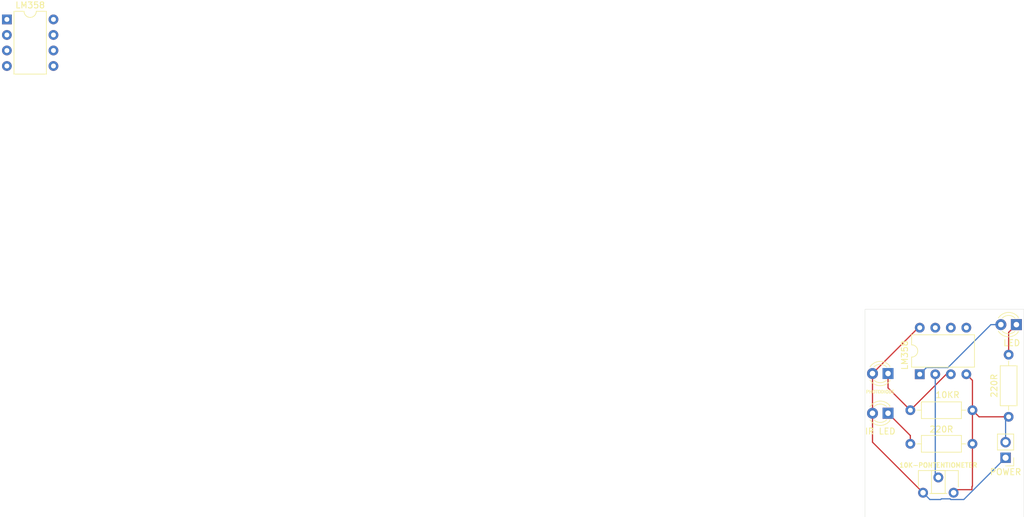
<source format=kicad_pcb>
(kicad_pcb (version 20240108) (generator "pcbnew") (generator_version "8.0")
  (layers (0 "F.Cu" signal) (31 "B.Cu" signal) (34 "B.Paste" user) (35 "F.Paste" user) (36 "B.SilkS" user "B.Silkscreen") (37 "F.SilkS" user "F.Silkscreen") (38 "B.Mask" user) (39 "F.Mask" user) (44 "Edge.Cuts" user))
  (net 0 "")
  (net 1 "Net-(U1A--)")
  (net 2 "Net-(IR1-A)")
  (net 3 "Net-(POWER1-Pin_2)")
  (net 4 "Net-(PHOTODIODE1-K)")
  (net 5 "Net-(IR1-K)")
  (net 6 "Net-(LED1-K)")
  (net 7 "Net-(LED1-A)")
  (footprint "LED_THT:LED_D3.0mm_IRBlack" (layer "F.Cu") (at 145.27 59.5 180)
    (property "Reference" "PHOTODIODE" (at 1.27 -3 0) (layer "F.SilkS") (effects (font (size 0.5 0.5) (thickness 0.1) (bold yes))))
    (property "Value" "D_Photo" (hide yes))
    (fp_line (start -0.29 1.08) (end -0.29 1.236) (stroke (width 0.12)) (layer "F.SilkS"))
    (fp_line (start -0.29 -1.236) (end -0.29 -1.08) (stroke (width 0.12)) (layer "F.SilkS"))
    (fp_arc (start 2.941397 1.080061) (mid 1.365624 1.987701) (end -0.29 1.235516) (stroke (width 0.12)) (layer "F.SilkS"))
    (fp_arc (start 2.31091 1.080049) (mid 1.269965 1.5) (end 0.229039 1.08) (stroke (width 0.12)) (layer "F.SilkS"))
    (fp_arc (start 0.229039 -1.08) (mid 1.269965 -1.5) (end 2.31091 -1.080049) (stroke (width 0.12)) (layer "F.SilkS"))
    (fp_arc (start -0.29 -1.235516) (mid 1.365624 -1.987701) (end 2.941397 -1.080061) (stroke (width 0.12)) (layer "F.SilkS"))
    (pad "1" thru_hole rect (at 0 0 180) (size 1.8 1.8) (drill 0.9) (layers "*.Cu" "*.Mask") (net 4 "Net-(PHOTODIODE1-K)"))
    (pad "2" thru_hole circle (at 2.54 0 180) (size 1.8 1.8) (drill 0.9) (layers "*.Cu" "*.Mask") (net 2 "Net-(IR1-A)"))
  )
  (footprint "Potentiometer_THT:Potentiometer_ACP_CA6-H2,5_Horizontal" (layer "F.Cu") (at 151 79 90)
    (property "Reference" "10K-PONTENTIOMETER" (at 4.5 2.5 180) (layer "F.SilkS") (effects (font (size 0.75 0.75) (thickness 0.15) (bold yes))))
    (property "Value" "10K" (hide yes))
    (fp_line (start 3.62 -0.77) (end 3.62 5.77) (stroke (width 0.12)) (layer "F.SilkS"))
    (fp_line (start 0.925 -0.77) (end 3.62 -0.77) (stroke (width 0.12)) (layer "F.SilkS"))
    (fp_line (start -0.121 1.066) (end -0.121 3.935) (stroke (width 0.12)) (layer "F.SilkS"))
    (fp_line (start 3.62 1.38) (end 3.62 3.62) (stroke (width 0.12)) (layer "F.SilkS"))
    (fp_line (start -0.121 1.38) (end 3.62 1.38) (stroke (width 0.12)) (layer "F.SilkS"))
    (fp_line (start -0.121 1.38) (end -0.121 3.62) (stroke (width 0.12)) (layer "F.SilkS"))
    (fp_line (start -0.121 3.62) (end 3.62 3.62) (stroke (width 0.12)) (layer "F.SilkS"))
    (fp_line (start 0.925 5.77) (end 3.62 5.77) (stroke (width 0.12)) (layer "F.SilkS"))
    (pad "1" thru_hole circle (at 0 0 90) (size 1.62 1.62) (drill 0.9) (layers "*.Cu" "*.Mask") (net 2 "Net-(IR1-A)"))
    (pad "2" thru_hole circle (at 2.5 2.5 90) (size 1.62 1.62) (drill 0.9) (layers "*.Cu" "*.Mask") (net 1 "Net-(U1A--)"))
    (pad "3" thru_hole circle (at 0 5 90) (size 1.62 1.62) (drill 0.9) (layers "*.Cu" "*.Mask") (net 3 "Net-(POWER1-Pin_2)"))
  )
  (footprint "LED_THT:LED_D3.0mm_Clear" (layer "F.Cu") (at 145.27 66 180)
    (property "Reference" "IR LED" (at 1.27 -2.96 180) (layer "F.SilkS"))
    (property "Value" "IR204A")
    (fp_line (start -0.29 1.08) (end -0.29 1.236) (stroke (width 0.12)) (layer "F.SilkS"))
    (fp_line (start -0.29 -1.236) (end -0.29 -1.08) (stroke (width 0.12)) (layer "F.SilkS"))
    (fp_arc (start 2.941397 1.080061) (mid 1.365624 1.987701) (end -0.29 1.235516) (stroke (width 0.12)) (layer "F.SilkS"))
    (fp_arc (start 2.31091 1.080049) (mid 1.269965 1.5) (end 0.229039 1.08) (stroke (width 0.12)) (layer "F.SilkS"))
    (fp_arc (start 0.229039 -1.08) (mid 1.269965 -1.5) (end 2.31091 -1.080049) (stroke (width 0.12)) (layer "F.SilkS"))
    (fp_arc (start -0.29 -1.235516) (mid 1.365624 -1.987701) (end 2.941397 -1.080061) (stroke (width 0.12)) (layer "F.SilkS"))
    (pad "1" thru_hole rect (at 0 0 180) (size 1.8 1.8) (drill 0.9) (layers "*.Cu" "*.Mask") (net 5 "Net-(IR1-K)"))
    (pad "2" thru_hole circle (at 2.54 0 180) (size 1.8 1.8) (drill 0.9) (layers "*.Cu" "*.Mask") (net 2 "Net-(IR1-A)"))
  )
  (footprint "LED_THT:LED_D3.0mm_IRBlack" (layer "F.Cu") (at 166.27 51.5 180)
    (property "Reference" "LED" (at 0.77 -3 0) (layer "F.SilkS"))
    (property "Value" "LED")
    (fp_line (start -0.29 1.08) (end -0.29 1.236) (stroke (width 0.12)) (layer "F.SilkS"))
    (fp_line (start -0.29 -1.236) (end -0.29 -1.08) (stroke (width 0.12)) (layer "F.SilkS"))
    (fp_arc (start 2.941397 1.080061) (mid 1.365624 1.987701) (end -0.29 1.235516) (stroke (width 0.12)) (layer "F.SilkS"))
    (fp_arc (start 2.31091 1.080049) (mid 1.269965 1.5) (end 0.229039 1.08) (stroke (width 0.12)) (layer "F.SilkS"))
    (fp_arc (start 0.229039 -1.08) (mid 1.269965 -1.5) (end 2.31091 -1.080049) (stroke (width 0.12)) (layer "F.SilkS"))
    (fp_arc (start -0.29 -1.235516) (mid 1.365624 -1.987701) (end 2.941397 -1.080061) (stroke (width 0.12)) (layer "F.SilkS"))
    (pad "1" thru_hole rect (at 0 0 180) (size 1.8 1.8) (drill 0.9) (layers "*.Cu" "*.Mask") (net 6 "Net-(LED1-K)"))
    (pad "2" thru_hole circle (at 2.54 0 180) (size 1.8 1.8) (drill 0.9) (layers "*.Cu" "*.Mask") (net 7 "Net-(LED1-A)"))
  )
  (footprint "Package_DIP:DIP-8_W7.62mm" (layer "F.Cu") (at 1.125 1.575)
    (property "Reference" "LM358" (at 3.81 -2.33 0) (layer "F.SilkS"))
    (property "Value" "LM358")
    (fp_line (start 1.16 -1.33) (end 1.16 8.95) (stroke (width 0.12)) (layer "F.SilkS"))
    (fp_line (start 1.16 8.95) (end 6.46 8.95) (stroke (width 0.12)) (layer "F.SilkS"))
    (fp_line (start 2.81 -1.33) (end 1.16 -1.33) (stroke (width 0.12)) (layer "F.SilkS"))
    (fp_line (start 6.46 -1.33) (end 4.81 -1.33) (stroke (width 0.12)) (layer "F.SilkS"))
    (fp_line (start 6.46 8.95) (end 6.46 -1.33) (stroke (width 0.12)) (layer "F.SilkS"))
    (fp_arc (start 4.81 -1.33) (mid 3.81 -0.33) (end 2.81 -1.33) (stroke (width 0.12)) (layer "F.SilkS"))
    (pad "1" thru_hole rect (at 0 0) (size 1.6 1.6) (drill 0.8) (layers "*.Cu" "*.Mask"))
    (pad "2" thru_hole oval (at 0 2.54) (size 1.6 1.6) (drill 0.8) (layers "*.Cu" "*.Mask"))
    (pad "3" thru_hole oval (at 0 5.08) (size 1.6 1.6) (drill 0.8) (layers "*.Cu" "*.Mask"))
    (pad "4" thru_hole oval (at 0 7.62) (size 1.6 1.6) (drill 0.8) (layers "*.Cu" "*.Mask"))
    (pad "5" thru_hole oval (at 7.62 7.62) (size 1.6 1.6) (drill 0.8) (layers "*.Cu" "*.Mask"))
    (pad "6" thru_hole oval (at 7.62 5.08) (size 1.6 1.6) (drill 0.8) (layers "*.Cu" "*.Mask"))
    (pad "7" thru_hole oval (at 7.62 2.54) (size 1.6 1.6) (drill 0.8) (layers "*.Cu" "*.Mask"))
    (pad "8" thru_hole oval (at 7.62 0) (size 1.6 1.6) (drill 0.8) (layers "*.Cu" "*.Mask"))
  )
  (footprint "Connector_PinHeader_2.54mm:PinHeader_1x02_P2.54mm_Vertical" (layer "F.Cu") (at 164.5 73.275 180)
    (property "Reference" "POWER" (at 0 -2.33 0) (layer "F.SilkS"))
    (property "Value" "Conn_01x02_Pin" (hide yes))
    (fp_line (start 1.33 1.27) (end 1.33 3.87) (stroke (width 0.12)) (layer "F.SilkS"))
    (fp_line (start -1.33 3.87) (end 1.33 3.87) (stroke (width 0.12)) (layer "F.SilkS"))
    (fp_line (start -1.33 1.27) (end 1.33 1.27) (stroke (width 0.12)) (layer "F.SilkS"))
    (fp_line (start -1.33 1.27) (end -1.33 3.87) (stroke (width 0.12)) (layer "F.SilkS"))
    (fp_line (start -1.33 0) (end -1.33 -1.33) (stroke (width 0.12)) (layer "F.SilkS"))
    (fp_line (start -1.33 -1.33) (end 0 -1.33) (stroke (width 0.12)) (layer "F.SilkS"))
    (pad "1" thru_hole rect (at 0 0 180) (size 1.7 1.7) (drill 1) (layers "*.Cu" "*.Mask") (net 2 "Net-(IR1-A)"))
    (pad "2" thru_hole oval (at 0 2.54 180) (size 1.7 1.7) (drill 1) (layers "*.Cu" "*.Mask") (net 3 "Net-(POWER1-Pin_2)"))
  )
  (footprint "Resistor_THT:R_Axial_DIN0207_L6.3mm_D2.5mm_P10.16mm_Horizontal" (layer "F.Cu") (at 165 66.58 90)
    (property "Reference" "220R" (at 5.08 -2.37 90) (layer "F.SilkS"))
    (property "Value" "220" (hide yes))
    (fp_line (start 8.35 -1.37) (end 1.81 -1.37) (stroke (width 0.12)) (layer "F.SilkS"))
    (fp_line (start 1.81 -1.37) (end 1.81 1.37) (stroke (width 0.12)) (layer "F.SilkS"))
    (fp_line (start 9.12 0) (end 8.35 0) (stroke (width 0.12)) (layer "F.SilkS"))
    (fp_line (start 1.04 0) (end 1.81 0) (stroke (width 0.12)) (layer "F.SilkS"))
    (fp_line (start 8.35 1.37) (end 8.35 -1.37) (stroke (width 0.12)) (layer "F.SilkS"))
    (fp_line (start 1.81 1.37) (end 8.35 1.37) (stroke (width 0.12)) (layer "F.SilkS"))
    (pad "1" thru_hole circle (at 0 0 90) (size 1.6 1.6) (drill 0.8) (layers "*.Cu" "*.Mask") (net 3 "Net-(POWER1-Pin_2)"))
    (pad "2" thru_hole oval (at 10.16 0 90) (size 1.6 1.6) (drill 0.8) (layers "*.Cu" "*.Mask") (net 6 "Net-(LED1-K)"))
  )
  (footprint "Package_DIP:DIP-8_W7.62mm" (layer "F.Cu") (at 150.46 59.62 90)
    (property "Reference" "LM358" (at 3.12 -2.46 90) (layer "F.SilkS"))
    (property "Value" "LM358" (hide yes))
    (fp_line (start 6.46 -1.33) (end 4.81 -1.33) (stroke (width 0.12)) (layer "F.SilkS"))
    (fp_line (start 2.81 -1.33) (end 1.16 -1.33) (stroke (width 0.12)) (layer "F.SilkS"))
    (fp_line (start 1.16 -1.33) (end 1.16 8.95) (stroke (width 0.12)) (layer "F.SilkS"))
    (fp_line (start 6.46 8.95) (end 6.46 -1.33) (stroke (width 0.12)) (layer "F.SilkS"))
    (fp_line (start 1.16 8.95) (end 6.46 8.95) (stroke (width 0.12)) (layer "F.SilkS"))
    (fp_arc (start 4.81 -1.33) (mid 3.81 -0.33) (end 2.81 -1.33) (stroke (width 0.12)) (layer "F.SilkS"))
    (pad "1" thru_hole rect (at 0 0 90) (size 1.6 1.6) (drill 0.8) (layers "*.Cu" "*.Mask") (net 7 "Net-(LED1-A)"))
    (pad "2" thru_hole oval (at 0 2.54 90) (size 1.6 1.6) (drill 0.8) (layers "*.Cu" "*.Mask") (net 1 "Net-(U1A--)"))
    (pad "3" thru_hole oval (at 0 5.08 90) (size 1.6 1.6) (drill 0.8) (layers "*.Cu" "*.Mask") (net 4 "Net-(PHOTODIODE1-K)"))
    (pad "4" thru_hole oval (at 0 7.62 90) (size 1.6 1.6) (drill 0.8) (layers "*.Cu" "*.Mask") (net 3 "Net-(POWER1-Pin_2)"))
    (pad "5" thru_hole oval (at 7.62 7.62 90) (size 1.6 1.6) (drill 0.8) (layers "*.Cu" "*.Mask"))
    (pad "6" thru_hole oval (at 7.62 5.08 90) (size 1.6 1.6) (drill 0.8) (layers "*.Cu" "*.Mask"))
    (pad "7" thru_hole oval (at 7.62 2.54 90) (size 1.6 1.6) (drill 0.8) (layers "*.Cu" "*.Mask"))
    (pad "8" thru_hole oval (at 7.62 0 90) (size 1.6 1.6) (drill 0.8) (layers "*.Cu" "*.Mask") (net 2 "Net-(IR1-A)"))
  )
  (footprint "Resistor_THT:R_Axial_DIN0207_L6.3mm_D2.5mm_P10.16mm_Horizontal" (layer "F.Cu") (at 148.92 65.5)
    (property "Reference" "10KR" (at 6.08 -2.5 180) (layer "F.SilkS"))
    (property "Value" "10K" (hide yes))
    (fp_line (start 1.04 0) (end 1.81 0) (stroke (width 0.12)) (layer "F.SilkS"))
    (fp_line (start 1.81 -1.37) (end 1.81 1.37) (stroke (width 0.12)) (layer "F.SilkS"))
    (fp_line (start 1.81 1.37) (end 8.35 1.37) (stroke (width 0.12)) (layer "F.SilkS"))
    (fp_line (start 8.35 -1.37) (end 1.81 -1.37) (stroke (width 0.12)) (layer "F.SilkS"))
    (fp_line (start 8.35 1.37) (end 8.35 -1.37) (stroke (width 0.12)) (layer "F.SilkS"))
    (fp_line (start 9.12 0) (end 8.35 0) (stroke (width 0.12)) (layer "F.SilkS"))
    (pad "1" thru_hole circle (at 0 0) (size 1.6 1.6) (drill 0.8) (layers "*.Cu" "*.Mask") (net 4 "Net-(PHOTODIODE1-K)"))
    (pad "2" thru_hole oval (at 10.16 0) (size 1.6 1.6) (drill 0.8) (layers "*.Cu" "*.Mask") (net 3 "Net-(POWER1-Pin_2)"))
  )
  (footprint "Resistor_THT:R_Axial_DIN0207_L6.3mm_D2.5mm_P10.16mm_Horizontal" (layer "F.Cu") (at 148.92 71)
    (property "Reference" "220R" (at 5.08 -2.37 0) (layer "F.SilkS"))
    (property "Value" "220" (hide yes))
    (fp_line (start 1.04 0) (end 1.81 0) (stroke (width 0.12)) (layer "F.SilkS"))
    (fp_line (start 1.81 -1.37) (end 1.81 1.37) (stroke (width 0.12)) (layer "F.SilkS"))
    (fp_line (start 1.81 1.37) (end 8.35 1.37) (stroke (width 0.12)) (layer "F.SilkS"))
    (fp_line (start 8.35 -1.37) (end 1.81 -1.37) (stroke (width 0.12)) (layer "F.SilkS"))
    (fp_line (start 8.35 1.37) (end 8.35 -1.37) (stroke (width 0.12)) (layer "F.SilkS"))
    (fp_line (start 9.12 0) (end 8.35 0) (stroke (width 0.12)) (layer "F.SilkS"))
    (pad "1" thru_hole circle (at 0 0) (size 1.6 1.6) (drill 0.8) (layers "*.Cu" "*.Mask") (net 5 "Net-(IR1-K)"))
    (pad "2" thru_hole oval (at 10.16 0) (size 1.6 1.6) (drill 0.8) (layers "*.Cu" "*.Mask") (net 3 "Net-(POWER1-Pin_2)"))
  )
  (gr_rect (start 141.5 49) (end 167.5 83) (stroke (width 0.05)) (fill none) (layer "Edge.Cuts"))
  (segment (start 153 76) (end 153.5 76.5) (width 0.2) (layer "B.Cu") (net 1))
  (segment (start 153 59.62) (end 153 76) (width 0.2) (layer "B.Cu") (net 1))
  (segment (start 142.73 59.5) (end 150.23 52) (width 0.2) (layer "F.Cu") (net 2))
  (segment (start 151 79) (end 142.73 70.73) (width 0.2) (layer "F.Cu") (net 2))
  (segment (start 142.73 70.73) (end 142.73 66) (width 0.2) (layer "F.Cu") (net 2))
  (segment (start 142.73 66) (end 142.73 59.5) (width 0.2) (layer "F.Cu") (net 2))
  (segment (start 150.23 52) (end 150.46 52) (width 0.2) (layer "F.Cu") (net 2))
  (segment (start 155.430222 80) (end 155.540222 80.11) (width 0.2) (layer "B.Cu") (net 2))
  (segment (start 154 80) (end 155.430222 80) (width 0.2) (layer "B.Cu") (net 2))
  (segment (start 152.11 80.11) (end 153.89 80.11) (width 0.2) (layer "B.Cu") (net 2))
  (segment (start 151 79) (end 152.11 80.11) (width 0.2) (layer "B.Cu") (net 2))
  (segment (start 153.89 80.11) (end 154 80) (width 0.2) (layer "B.Cu") (net 2))
  (segment (start 157.665 80.11) (end 164.5 73.275) (width 0.2) (layer "B.Cu") (net 2))
  (segment (start 155.540222 80.11) (end 157.665 80.11) (width 0.2) (layer "B.Cu") (net 2))
  (segment (start 159.08 65.5) (end 159.08 60.62) (width 0.2) (layer "F.Cu") (net 3))
  (segment (start 159.08 77.92) (end 159.08 71) (width 0.2) (layer "F.Cu") (net 3))
  (segment (start 156.5 78.5) (end 159 78.5) (width 0.2) (layer "F.Cu") (net 3))
  (segment (start 165 66.58) (end 160.16 66.58) (width 0.2) (layer "F.Cu") (net 3))
  (segment (start 159.08 60.62) (end 158.08 59.62) (width 0.2) (layer "F.Cu") (net 3))
  (segment (start 159 78) (end 159.08 77.92) (width 0.2) (layer "F.Cu") (net 3))
  (segment (start 156 79) (end 156.5 78.5) (width 0.2) (layer "F.Cu") (net 3))
  (segment (start 159.08 71) (end 159.08 65.5) (width 0.2) (layer "F.Cu") (net 3))
  (segment (start 160.16 66.58) (end 159.08 65.5) (width 0.2) (layer "F.Cu") (net 3))
  (segment (start 159 78.5) (end 159 78) (width 0.2) (layer "F.Cu") (net 3))
  (segment (start 156 79) (end 156.5 79) (width 0.2) (layer "B.Cu") (net 3))
  (segment (start 164.5 67.08) (end 165 66.58) (width 0.2) (layer "B.Cu") (net 3))
  (segment (start 164.5 70.735) (end 164.5 67.08) (width 0.2) (layer "B.Cu") (net 3))
  (segment (start 145.27 59.5) (end 145.27 61.85) (width 0.2) (layer "F.Cu") (net 4))
  (segment (start 148.92 65.5) (end 154.8 59.62) (width 0.2) (layer "F.Cu") (net 4))
  (segment (start 154.8 59.62) (end 155.54 59.62) (width 0.2) (layer "F.Cu") (net 4))
  (segment (start 145.27 61.85) (end 148.92 65.5) (width 0.2) (layer "F.Cu") (net 4))
  (segment (start 148.92 71) (end 148.92 69.65) (width 0.2) (layer "F.Cu") (net 5))
  (segment (start 148.92 69.65) (end 145.27 66) (width 0.2) (layer "F.Cu") (net 5))
  (segment (start 165 52.77) (end 166.27 51.5) (width 0.2) (layer "F.Cu") (net 6))
  (segment (start 165 56.42) (end 165 52.77) (width 0.2) (layer "F.Cu") (net 6))
  (segment (start 150.12 59.62) (end 150.5 60) (width 0.2) (layer "F.Cu") (net 7))
  (segment (start 150.46 59.62) (end 150.12 59.62) (width 0.2) (layer "F.Cu") (net 7))
  (segment (start 163.73 51.5) (end 162.104365 51.5) (width 0.2) (layer "B.Cu") (net 7))
  (segment (start 162.104365 51.5) (end 156.552183 57.052183) (width 0.2) (layer "B.Cu") (net 7))
  (segment (start 155.302183 58.302183) (end 155.084365 58.52) (width 0.2) (layer "B.Cu") (net 7))
  (segment (start 156.552183 57.052183) (end 155.302183 58.302183) (width 0.2) (layer "B.Cu") (net 7))
  (segment (start 155.084365 58.52) (end 151.56 58.52) (width 0.2) (layer "B.Cu") (net 7))
  (segment (start 151.56 58.52) (end 150.46 59.62) (width 0.2) (layer "B.Cu") (net 7))
)
</source>
